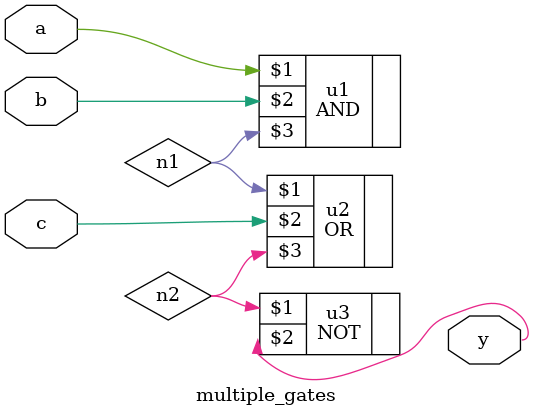
<source format=sv>
module multiple_gates(a, b, c, y);
  input logic a, b, c;
  output logic y;

  logic n1, n2;

  AND u1(a, b, n1);
  OR u2(n1, c, n2);
  NOT u3(n2, y);
endmodule

</source>
